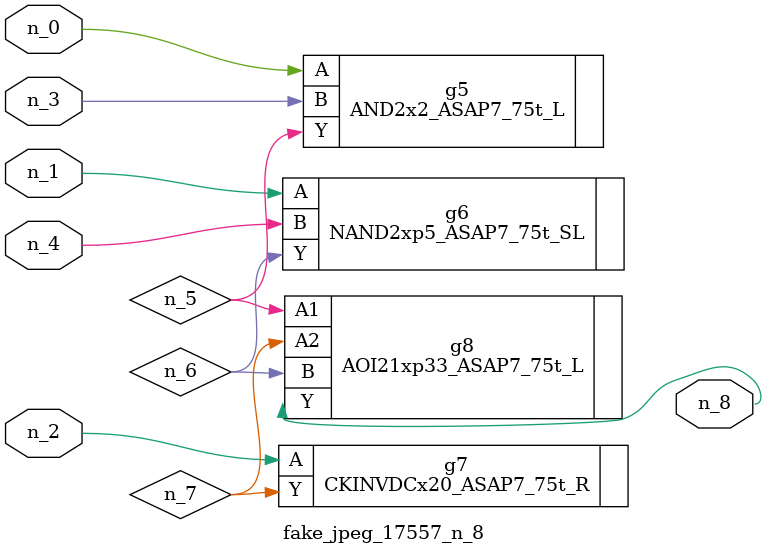
<source format=v>
module fake_jpeg_17557_n_8 (n_3, n_2, n_1, n_0, n_4, n_8);

input n_3;
input n_2;
input n_1;
input n_0;
input n_4;

output n_8;

wire n_6;
wire n_5;
wire n_7;

AND2x2_ASAP7_75t_L g5 ( 
.A(n_0),
.B(n_3),
.Y(n_5)
);

NAND2xp5_ASAP7_75t_SL g6 ( 
.A(n_1),
.B(n_4),
.Y(n_6)
);

CKINVDCx20_ASAP7_75t_R g7 ( 
.A(n_2),
.Y(n_7)
);

AOI21xp33_ASAP7_75t_L g8 ( 
.A1(n_5),
.A2(n_7),
.B(n_6),
.Y(n_8)
);


endmodule
</source>
